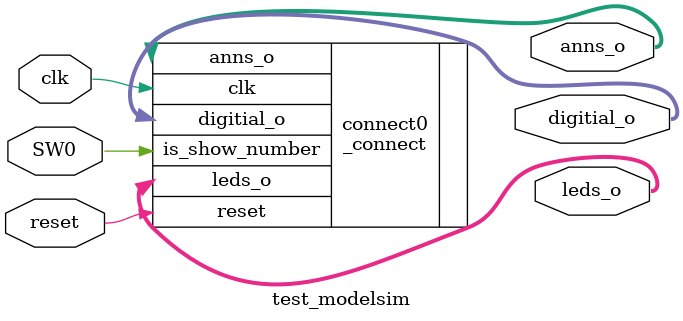
<source format=v>
`timescale 1ns / 1ps
module test_modelsim(
input wire clk,
input wire reset,
input wire SW0,
output wire[6:0] digitial_o,
output wire[6:0] leds_o,
output wire[3:0] anns_o
);

   _connect connect0(.clk(clk),.reset(reset),.is_show_number(SW0),.digitial_o(digitial_o),.leds_o(leds_o),.anns_o(anns_o));
endmodule

</source>
